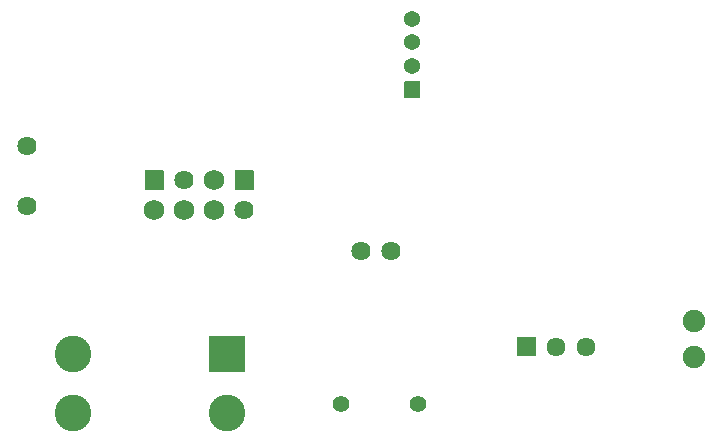
<source format=gts>
G04 Layer: TopSolderMaskLayer*
G04 EasyEDA v6.5.9, 2022-08-24 00:16:20*
G04 Gerber Generator version 0.2*
G04 Scale: 100 percent, Rotated: No, Reflected: No *
G04 Dimensions in millimeters *
G04 leading zeros omitted , absolute positions ,4 integer and 5 decimal *
%FSLAX45Y45*%
%MOMM*%

%ADD10C,1.6096*%
%ADD11C,1.6256*%
%ADD12C,1.9016*%
%ADD13C,1.7272*%
%ADD14C,1.4021*%
%ADD15C,1.3716*%
%ADD16C,3.1016*%

%LPD*%
G36*
X5271261Y1367281D02*
G01*
X5271300Y1367320D01*
X5269776Y1367574D01*
X5268252Y1368336D01*
X5267236Y1369352D01*
X5266474Y1370876D01*
X5266220Y1372400D01*
X5266181Y1372362D01*
X5266181Y1523237D01*
X5266220Y1523199D01*
X5266474Y1524723D01*
X5267236Y1526247D01*
X5268252Y1527263D01*
X5269776Y1528025D01*
X5271300Y1528279D01*
X5271261Y1528318D01*
X5422138Y1528318D01*
X5422099Y1528279D01*
X5423623Y1528025D01*
X5425147Y1527263D01*
X5426163Y1526247D01*
X5426925Y1524723D01*
X5427179Y1523199D01*
X5427218Y1523237D01*
X5427218Y1372362D01*
X5427179Y1372400D01*
X5426925Y1370876D01*
X5426163Y1369352D01*
X5425147Y1368336D01*
X5423623Y1367574D01*
X5422099Y1367320D01*
X5422138Y1367281D01*
G37*
D10*
G01*
X5600700Y1447800D03*
G01*
X5854700Y1447800D03*
D11*
G01*
X3949700Y2260600D03*
G01*
X4203700Y2260600D03*
D12*
G01*
X6769100Y1663712D03*
G01*
X6769100Y1363687D03*
G36*
X2120900Y2776220D02*
G01*
X2119375Y2776473D01*
X2117852Y2777236D01*
X2116836Y2778252D01*
X2116074Y2779776D01*
X2115820Y2781300D01*
X2115820Y2933700D01*
X2116074Y2935223D01*
X2116836Y2936747D01*
X2117852Y2937763D01*
X2119375Y2938526D01*
X2120900Y2938779D01*
X2273300Y2938779D01*
X2274824Y2938526D01*
X2276347Y2937763D01*
X2277363Y2936747D01*
X2278125Y2935223D01*
X2278379Y2933700D01*
X2278379Y2781300D01*
X2278125Y2779776D01*
X2277363Y2778252D01*
X2276347Y2777236D01*
X2274824Y2776473D01*
X2273300Y2776220D01*
G37*
D13*
G01*
X2197100Y2603500D03*
G01*
X2451100Y2603500D03*
G01*
X2705100Y2857500D03*
G01*
X2705100Y2603500D03*
G36*
X2882900Y2776220D02*
G01*
X2881375Y2776473D01*
X2879852Y2777236D01*
X2878836Y2778252D01*
X2878074Y2779776D01*
X2877820Y2781300D01*
X2877820Y2933700D01*
X2878074Y2935223D01*
X2878836Y2936747D01*
X2879852Y2937763D01*
X2881375Y2938526D01*
X2882900Y2938779D01*
X3035300Y2938779D01*
X3036824Y2938526D01*
X3038347Y2937763D01*
X3039363Y2936747D01*
X3040125Y2935223D01*
X3040379Y2933700D01*
X3040379Y2781300D01*
X3040125Y2779776D01*
X3039363Y2778252D01*
X3038347Y2777236D01*
X3036824Y2776473D01*
X3035300Y2776220D01*
G37*
D11*
G01*
X2959100Y2603500D03*
G01*
X2451100Y2857500D03*
D14*
G01*
X3776979Y965200D03*
G01*
X4427220Y965200D03*
G36*
X4317834Y3556000D02*
G01*
X4316310Y3556254D01*
X4314786Y3557015D01*
X4313770Y3558031D01*
X4313008Y3559555D01*
X4312754Y3561079D01*
X4312665Y3561079D01*
X4312665Y3688079D01*
X4312754Y3688079D01*
X4313008Y3689604D01*
X4313770Y3691128D01*
X4314786Y3692144D01*
X4316310Y3692905D01*
X4317834Y3693160D01*
X4444834Y3693160D01*
X4446358Y3692905D01*
X4447882Y3692144D01*
X4448898Y3691128D01*
X4449660Y3689604D01*
X4449914Y3688079D01*
X4449825Y3688079D01*
X4449825Y3561079D01*
X4449914Y3561079D01*
X4449660Y3559555D01*
X4448898Y3558031D01*
X4447882Y3557015D01*
X4446358Y3556254D01*
X4444834Y3556000D01*
G37*
D15*
G01*
X4381665Y3825239D03*
G01*
X4381665Y4023360D03*
G01*
X4381665Y4224020D03*
D16*
G01*
X1511300Y1384300D03*
G36*
X2661411Y1229105D02*
G01*
X2661300Y1229220D01*
X2659776Y1229474D01*
X2658252Y1230236D01*
X2657236Y1231252D01*
X2656474Y1232776D01*
X2656220Y1234300D01*
X2656331Y1234186D01*
X2656331Y1534413D01*
X2656220Y1534299D01*
X2656474Y1535823D01*
X2657236Y1537347D01*
X2658252Y1538363D01*
X2659776Y1539125D01*
X2661300Y1539379D01*
X2661411Y1539494D01*
X2961386Y1539494D01*
X2961299Y1539379D01*
X2962823Y1539125D01*
X2964347Y1538363D01*
X2965363Y1537347D01*
X2966125Y1535823D01*
X2966379Y1534299D01*
X2966465Y1534413D01*
X2966465Y1234186D01*
X2966379Y1234300D01*
X2966125Y1232776D01*
X2965363Y1231252D01*
X2964347Y1230236D01*
X2962823Y1229474D01*
X2961299Y1229220D01*
X2961386Y1229105D01*
G37*
G01*
X2811297Y884301D03*
G01*
X1511300Y884301D03*
D11*
G01*
X1117600Y3149600D03*
G01*
X1117600Y2641600D03*
M02*

</source>
